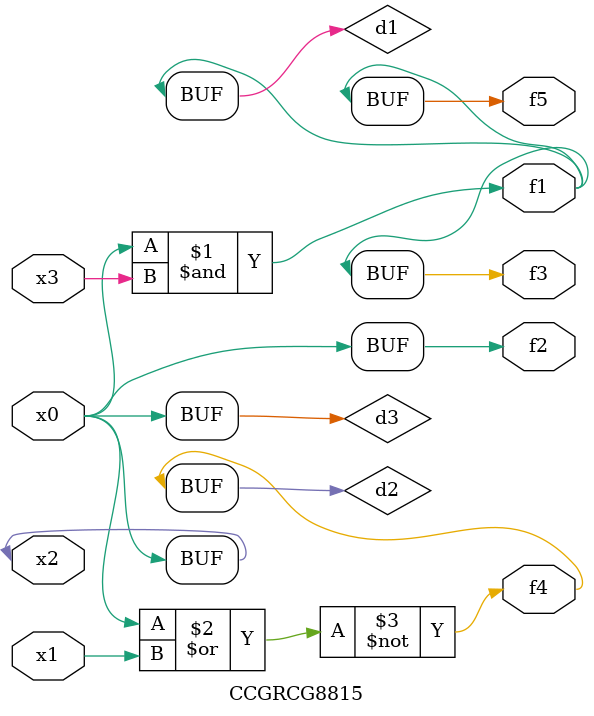
<source format=v>
module CCGRCG8815(
	input x0, x1, x2, x3,
	output f1, f2, f3, f4, f5
);

	wire d1, d2, d3;

	and (d1, x2, x3);
	nor (d2, x0, x1);
	buf (d3, x0, x2);
	assign f1 = d1;
	assign f2 = d3;
	assign f3 = d1;
	assign f4 = d2;
	assign f5 = d1;
endmodule

</source>
